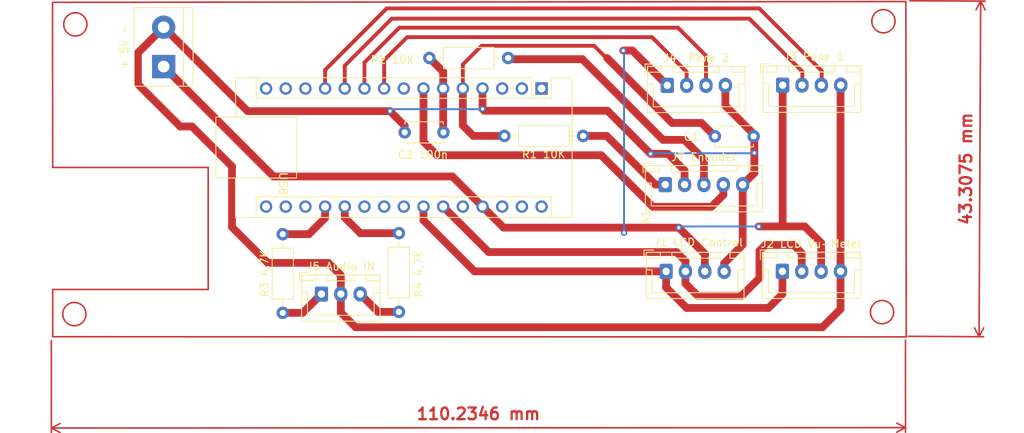
<source format=kicad_pcb>
(kicad_pcb (version 20211014) (generator pcbnew)
  (layers (0 "F.Cu" signal) (31 "B.Cu" signal) (34 "B.Paste" user) (35 "F.Paste" user) (36 "B.SilkS" user "B.Silkscreen") (37 "F.SilkS" user "F.Silkscreen") (38 "B.Mask" user) (39 "F.Mask" user) (44 "Edge.Cuts" user))
  (net 0 "")
  (net 4 "GNDREF")
  (net 5 "Net-(A1-Pad5)")
  (net 6 "Net-(A1-Pad6)")
  (net 7 "Net-(A1-Pad7)")
  (net 9 "Net-(A1-Pad9)")
  (net 10 "Net-(A1-Pad10)")
  (net 11 "Net-(A1-Pad11)")
  (net 12 "Net-(A1-Pad12)")
  (net 19 "Net-(A1-Pad19)")
  (net 20 "Net-(A1-Pad20)")
  (net 24 "Net-(A1-Pad24)")
  (net 25 "Net-(A1-Pad25)")
  (net 27 "+5V")
  (net 30 "Net-(J5-Pad1)")
  (net 31 "Net-(J5-Pad3)")
  (net 32 "Net-(R1-Pad1)")
  (net 33 "Net-(R2-Pad1)")
  (footprint "Capacitor_THT:C_Disc_D4.7mm_W2.5mm_P5.00mm" (layer "F.Cu") (at 60.2888 47.41835)
    (fp_text reference "C2 100n" (at 2.3476 2.87365) (layer "F.SilkS"))
    (fp_text value "100n")
    (fp_line (start 0.03 -1.37) (end 0.03 -1.055) (layer "F.SilkS") (width 0.12))
    (fp_line (start 4.97 -1.37) (end 4.97 -1.055) (layer "F.SilkS") (width 0.12))
    (fp_line (start 0.03 1.37) (end 4.97 1.37) (layer "F.SilkS") (width 0.12))
    (fp_line (start 0.03 -1.37) (end 4.97 -1.37) (layer "F.SilkS") (width 0.12))
    (fp_line (start 4.97 1.055) (end 4.97 1.37) (layer "F.SilkS") (width 0.12))
    (fp_line (start 0.03 1.055) (end 0.03 1.37) (layer "F.SilkS") (width 0.12))
    (pad "1" thru_hole circle (at 0 0) (size 1.6 1.6) (drill 0.8) (layers *.Cu *.Mask) (net 4 "GNDREF"))
    (pad "2" thru_hole circle (at 5 0) (size 1.6 1.6) (drill 0.8) (layers *.Cu *.Mask) (net 6 "Net-(A1-Pad6)"))
  )
  (footprint "Connector_JST:JST_XH_B4B-XH-A_1x04_P2.50mm_Vertical" (layer "F.Cu") (at 94.1724 41.35155)
    (fp_text reference "J4  Реле 2" (at 3.75 -3.55) (layer "F.SilkS"))
    (fp_text value "Реле 2")
    (fp_line (start 10.06 -2.46) (end -2.56 -2.46) (layer "F.SilkS") (width 0.12))
    (fp_line (start -2.85 -2.75) (end -2.85 -1.5) (layer "F.SilkS") (width 0.12))
    (fp_line (start -2.55 -0.2) (end -1.8 -0.2) (layer "F.SilkS") (width 0.12))
    (fp_line (start -0.75 -2.45) (end -2.55 -2.45) (layer "F.SilkS") (width 0.12))
    (fp_line (start 6.75 -1.7) (end 6.75 -2.45) (layer "F.SilkS") (width 0.12))
    (fp_line (start -2.56 -2.46) (end -2.56 3.51) (layer "F.SilkS") (width 0.12))
    (fp_line (start -2.55 -2.45) (end -2.55 -1.7) (layer "F.SilkS") (width 0.12))
    (fp_line (start 10.05 -2.45) (end 8.25 -2.45) (layer "F.SilkS") (width 0.12))
    (fp_line (start -0.75 -1.7) (end -0.75 -2.45) (layer "F.SilkS") (width 0.12))
    (fp_line (start -1.6 -2.75) (end -2.85 -2.75) (layer "F.SilkS") (width 0.12))
    (fp_line (start 0.75 -2.45) (end 0.75 -1.7) (layer "F.SilkS") (width 0.12))
    (fp_line (start -1.8 2.75) (end 3.75 2.75) (layer "F.SilkS") (width 0.12))
    (fp_line (start 8.25 -2.45) (end 8.25 -1.7) (layer "F.SilkS") (width 0.12))
    (fp_line (start 9.3 -0.2) (end 9.3 2.75) (layer "F.SilkS") (width 0.12))
    (fp_line (start 0.75 -1.7) (end 6.75 -1.7) (layer "F.SilkS") (width 0.12))
    (fp_line (start -1.8 -0.2) (end -1.8 2.75) (layer "F.SilkS") (width 0.12))
    (fp_line (start 10.05 -1.7) (end 10.05 -2.45) (layer "F.SilkS") (width 0.12))
    (fp_line (start 8.25 -1.7) (end 10.05 -1.7) (layer "F.SilkS") (width 0.12))
    (fp_line (start -2.56 3.51) (end 10.06 3.51) (layer "F.SilkS") (width 0.12))
    (fp_line (start 10.06 3.51) (end 10.06 -2.46) (layer "F.SilkS") (width 0.12))
    (fp_line (start 6.75 -2.45) (end 0.75 -2.45) (layer "F.SilkS") (width 0.12))
    (fp_line (start -2.55 -1.7) (end -0.75 -1.7) (layer "F.SilkS") (width 0.12))
    (fp_line (start 9.3 2.75) (end 3.75 2.75) (layer "F.SilkS") (width 0.12))
    (fp_line (start 10.05 -0.2) (end 9.3 -0.2) (layer "F.SilkS") (width 0.12))
    (pad "1" thru_hole roundrect (at 0 0) (size 1.7 1.95) (drill 0.95) (layers *.Cu *.Mask) (roundrect_rratio 0.147059) (net 27 "+5V"))
    (pad "2" thru_hole oval (at 2.5 0) (size 1.7 1.95) (drill 0.95) (layers *.Cu *.Mask) (net 9 "Net-(A1-Pad9)"))
    (pad "3" thru_hole oval (at 5 0) (size 1.7 1.95) (drill 0.95) (layers *.Cu *.Mask) (net 10 "Net-(A1-Pad10)"))
    (pad "4" thru_hole oval (at 7.5 0) (size 1.7 1.95) (drill 0.95) (layers *.Cu *.Mask) (net 4 "GNDREF"))
  )
  (footprint "Resistor_THT:R_Axial_DIN0207_L6.3mm_D2.5mm_P10.16mm_Horizontal" (layer "F.Cu") (at 59.5376 70.58315 90)
    (fp_text reference "R4 4,7K" (at 4.94955 2.54 90) (layer "F.SilkS"))
    (fp_text value "4,7K")
    (fp_line (start 8.35 -1.37) (end 1.81 -1.37) (layer "F.SilkS") (width 0.12))
    (fp_line (start 1.04 0) (end 1.81 0) (layer "F.SilkS") (width 0.12))
    (fp_line (start 1.81 -1.37) (end 1.81 1.37) (layer "F.SilkS") (width 0.12))
    (fp_line (start 8.35 1.37) (end 8.35 -1.37) (layer "F.SilkS") (width 0.12))
    (fp_line (start 9.12 0) (end 8.35 0) (layer "F.SilkS") (width 0.12))
    (fp_line (start 1.81 1.37) (end 8.35 1.37) (layer "F.SilkS") (width 0.12))
    (pad "1" thru_hole circle (at 0 0 90) (size 1.6 1.6) (drill 0.8) (layers *.Cu *.Mask) (net 31 "Net-(J5-Pad3)"))
    (pad "2" thru_hole oval (at 10.16 0 90) (size 1.6 1.6) (drill 0.8) (layers *.Cu *.Mask) (net 20 "Net-(A1-Pad20)"))
  )
  (footprint "Capacitor_THT:C_Disc_D4.7mm_W2.5mm_P5.00mm" (layer "F.Cu") (at 100.3192 47.92635)
    (fp_text reference "C1" (at -3.0372 0.07965) (layer "F.SilkS"))
    (fp_text value "100n")
    (fp_line (start 4.97 -1.37) (end 4.97 -1.055) (layer "F.SilkS") (width 0.12))
    (fp_line (start 0.03 -1.37) (end 0.03 -1.055) (layer "F.SilkS") (width 0.12))
    (fp_line (start 4.97 1.055) (end 4.97 1.37) (layer "F.SilkS") (width 0.12))
    (fp_line (start 0.03 -1.37) (end 4.97 -1.37) (layer "F.SilkS") (width 0.12))
    (fp_line (start 0.03 1.055) (end 0.03 1.37) (layer "F.SilkS") (width 0.12))
    (fp_line (start 0.03 1.37) (end 4.97 1.37) (layer "F.SilkS") (width 0.12))
    (pad "1" thru_hole circle (at 0 0) (size 1.6 1.6) (drill 0.8) (layers *.Cu *.Mask) (net 5 "Net-(A1-Pad5)"))
    (pad "2" thru_hole circle (at 5 0) (size 1.6 1.6) (drill 0.8) (layers *.Cu *.Mask) (net 4 "GNDREF"))
  )
  (footprint "Connector_JST:JST_XH_B4B-XH-A_1x04_P2.50mm_Vertical" (layer "F.Cu") (at 94.02 65.35765)
    (fp_text reference "J1 LCD Control" (at 4.190302 -3.737) (layer "F.SilkS"))
    (fp_text value "LCD1602-1")
    (fp_line (start 6.75 -2.45) (end 0.75 -2.45) (layer "F.SilkS") (width 0.12))
    (fp_line (start -2.56 -2.46) (end -2.56 3.51) (layer "F.SilkS") (width 0.12))
    (fp_line (start -2.55 -0.2) (end -1.8 -0.2) (layer "F.SilkS") (width 0.12))
    (fp_line (start 9.3 -0.2) (end 9.3 2.75) (layer "F.SilkS") (width 0.12))
    (fp_line (start -2.85 -2.75) (end -2.85 -1.5) (layer "F.SilkS") (width 0.12))
    (fp_line (start 10.05 -1.7) (end 10.05 -2.45) (layer "F.SilkS") (width 0.12))
    (fp_line (start 6.75 -1.7) (end 6.75 -2.45) (layer "F.SilkS") (width 0.12))
    (fp_line (start -1.6 -2.75) (end -2.85 -2.75) (layer "F.SilkS") (width 0.12))
    (fp_line (start -2.56 3.51) (end 10.06 3.51) (layer "F.SilkS") (width 0.12))
    (fp_line (start 10.06 3.51) (end 10.06 -2.46) (layer "F.SilkS") (width 0.12))
    (fp_line (start -2.55 -1.7) (end -0.75 -1.7) (layer "F.SilkS") (width 0.12))
    (fp_line (start -1.8 -0.2) (end -1.8 2.75) (layer "F.SilkS") (width 0.12))
    (fp_line (start -0.75 -1.7) (end -0.75 -2.45) (layer "F.SilkS") (width 0.12))
    (fp_line (start 10.06 -2.46) (end -2.56 -2.46) (layer "F.SilkS") (width 0.12))
    (fp_line (start 10.05 -0.2) (end 9.3 -0.2) (layer "F.SilkS") (width 0.12))
    (fp_line (start 8.25 -1.7) (end 10.05 -1.7) (layer "F.SilkS") (width 0.12))
    (fp_line (start 0.75 -1.7) (end 6.75 -1.7) (layer "F.SilkS") (width 0.12))
    (fp_line (start -1.8 2.75) (end 3.75 2.75) (layer "F.SilkS") (width 0.12))
    (fp_line (start -0.75 -2.45) (end -2.55 -2.45) (layer "F.SilkS") (width 0.12))
    (fp_line (start 0.75 -2.45) (end 0.75 -1.7) (layer "F.SilkS") (width 0.12))
    (fp_line (start 10.05 -2.45) (end 8.25 -2.45) (layer "F.SilkS") (width 0.12))
    (fp_line (start -2.55 -2.45) (end -2.55 -1.7) (layer "F.SilkS") (width 0.12))
    (fp_line (start 9.3 2.75) (end 3.75 2.75) (layer "F.SilkS") (width 0.12))
    (fp_line (start 8.25 -2.45) (end 8.25 -1.7) (layer "F.SilkS") (width 0.12))
    (pad "1" thru_hole roundrect (at 0 0) (size 1.7 1.95) (drill 0.95) (layers *.Cu *.Mask) (roundrect_rratio 0.147059) (net 24 "Net-(A1-Pad24)"))
    (pad "2" thru_hole oval (at 2.5 0) (size 1.7 1.95) (drill 0.95) (layers *.Cu *.Mask) (net 25 "Net-(A1-Pad25)"))
    (pad "3" thru_hole oval (at 5 0) (size 1.7 1.95) (drill 0.95) (layers *.Cu *.Mask) (net 27 "+5V"))
    (pad "4" thru_hole oval (at 7.5 0) (size 1.7 1.95) (drill 0.95) (layers *.Cu *.Mask) (net 4 "GNDREF"))
  )
  (footprint "Resistor_THT:R_Axial_DIN0207_L6.3mm_D2.5mm_P10.16mm_Horizontal" (layer "F.Cu") (at 44.5516 70.71015 90)
    (fp_text reference "R3 4,7K" (at 5.08 -2.37 90) (layer "F.SilkS"))
    (fp_text value "4,7K")
    (fp_line (start 1.81 -1.37) (end 1.81 1.37) (layer "F.SilkS") (width 0.12))
    (fp_line (start 9.12 0) (end 8.35 0) (layer "F.SilkS") (width 0.12))
    (fp_line (start 8.35 1.37) (end 8.35 -1.37) (layer "F.SilkS") (width 0.12))
    (fp_line (start 1.04 0) (end 1.81 0) (layer "F.SilkS") (width 0.12))
    (fp_line (start 1.81 1.37) (end 8.35 1.37) (layer "F.SilkS") (width 0.12))
    (fp_line (start 8.35 -1.37) (end 1.81 -1.37) (layer "F.SilkS") (width 0.12))
    (pad "1" thru_hole circle (at 0 0 90) (size 1.6 1.6) (drill 0.8) (layers *.Cu *.Mask) (net 30 "Net-(J5-Pad1)"))
    (pad "2" thru_hole oval (at 10.16 0 90) (size 1.6 1.6) (drill 0.8) (layers *.Cu *.Mask) (net 19 "Net-(A1-Pad19)"))
  )
  (footprint "TerminalBlock:TerminalBlock_bornier-2_P5.08mm" (layer "F.Cu") (at 29.1748 38.92205 90)
    (fp_text reference "+ 5V -" (at 2.54 -5.08 90) (layer "F.SilkS"))
    (fp_text value "5V")
    (fp_line (start -2.54 -3.81) (end -2.54 3.81) (layer "F.SilkS") (width 0.12))
    (fp_line (start 7.62 -3.81) (end -2.54 -3.81) (layer "F.SilkS") (width 0.12))
    (fp_line (start 7.62 3.81) (end 7.62 -3.81) (layer "F.SilkS") (width 0.12))
    (fp_line (start -2.54 3.81) (end 7.62 3.81) (layer "F.SilkS") (width 0.12))
    (fp_line (start 7.62 2.54) (end -2.54 2.54) (layer "F.SilkS") (width 0.12))
    (pad "1" thru_hole rect (at 0 0 90) (size 3 3) (drill 1.52) (layers *.Cu *.Mask) (net 27 "+5V"))
    (pad "2" thru_hole circle (at 5.08 0 90) (size 3 3) (drill 1.52) (layers *.Cu *.Mask) (net 4 "GNDREF"))
  )
  (footprint "Connector_JST:JST_XH_B4B-XH-A_1x04_P2.50mm_Vertical" (layer "F.Cu") (at 109.0352 65.34845)
    (fp_text reference "J2 LCD Vu-Meter" (at 3.75 -3.55) (layer "F.SilkS"))
    (fp_text value "LCD1602-2")
    (fp_line (start -2.55 -0.2) (end -1.8 -0.2) (layer "F.SilkS") (width 0.12))
    (fp_line (start -0.75 -1.7) (end -0.75 -2.45) (layer "F.SilkS") (width 0.12))
    (fp_line (start -1.8 -0.2) (end -1.8 2.75) (layer "F.SilkS") (width 0.12))
    (fp_line (start 10.06 -2.46) (end -2.56 -2.46) (layer "F.SilkS") (width 0.12))
    (fp_line (start 6.75 -2.45) (end 0.75 -2.45) (layer "F.SilkS") (width 0.12))
    (fp_line (start 10.05 -0.2) (end 9.3 -0.2) (layer "F.SilkS") (width 0.12))
    (fp_line (start -0.75 -2.45) (end -2.55 -2.45) (layer "F.SilkS") (width 0.12))
    (fp_line (start 0.75 -2.45) (end 0.75 -1.7) (layer "F.SilkS") (width 0.12))
    (fp_line (start -1.8 2.75) (end 3.75 2.75) (layer "F.SilkS") (width 0.12))
    (fp_line (start 0.75 -1.7) (end 6.75 -1.7) (layer "F.SilkS") (width 0.12))
    (fp_line (start 9.3 2.75) (end 3.75 2.75) (layer "F.SilkS") (width 0.12))
    (fp_line (start 10.06 3.51) (end 10.06 -2.46) (layer "F.SilkS") (width 0.12))
    (fp_line (start 10.05 -1.7) (end 10.05 -2.45) (layer "F.SilkS") (width 0.12))
    (fp_line (start -2.85 -2.75) (end -2.85 -1.5) (layer "F.SilkS") (width 0.12))
    (fp_line (start 8.25 -2.45) (end 8.25 -1.7) (layer "F.SilkS") (width 0.12))
    (fp_line (start -2.55 -1.7) (end -0.75 -1.7) (layer "F.SilkS") (width 0.12))
    (fp_line (start -2.55 -2.45) (end -2.55 -1.7) (layer "F.SilkS") (width 0.12))
    (fp_line (start 9.3 -0.2) (end 9.3 2.75) (layer "F.SilkS") (width 0.12))
    (fp_line (start -2.56 -2.46) (end -2.56 3.51) (layer "F.SilkS") (width 0.12))
    (fp_line (start -2.56 3.51) (end 10.06 3.51) (layer "F.SilkS") (width 0.12))
    (fp_line (start 6.75 -1.7) (end 6.75 -2.45) (layer "F.SilkS") (width 0.12))
    (fp_line (start 10.05 -2.45) (end 8.25 -2.45) (layer "F.SilkS") (width 0.12))
    (fp_line (start -1.6 -2.75) (end -2.85 -2.75) (layer "F.SilkS") (width 0.12))
    (fp_line (start 8.25 -1.7) (end 10.05 -1.7) (layer "F.SilkS") (width 0.12))
    (pad "1" thru_hole roundrect (at 0 0) (size 1.7 1.95) (drill 0.95) (layers *.Cu *.Mask) (roundrect_rratio 0.147059) (net 24 "Net-(A1-Pad24)"))
    (pad "2" thru_hole oval (at 2.5 0) (size 1.7 1.95) (drill 0.95) (layers *.Cu *.Mask) (net 25 "Net-(A1-Pad25)"))
    (pad "3" thru_hole oval (at 5 0) (size 1.7 1.95) (drill 0.95) (layers *.Cu *.Mask) (net 27 "+5V"))
    (pad "4" thru_hole oval (at 7.5 0) (size 1.7 1.95) (drill 0.95) (layers *.Cu *.Mask) (net 4 "GNDREF"))
  )
  (footprint "Module:Arduino_Nano" (layer "F.Cu") (at 77.9526 41.75415 -90)
    (fp_text reference "A1" (at 16.5862 -13.462698 90) (layer "F.SilkS"))
    (fp_text value "Arduino_Nano_v3.x")
    (fp_text user "USB" (at 12.2936 33.3629 -90 unlocked) (layer "F.SilkS"))
    (fp_line (start 3.68 42.04) (end 3.68 31.62) (layer "F.SilkS") (width 0.12))
    (fp_line (start 13.97 36.83) (end 16.64 36.83) (layer "F.SilkS") (width 0.12))
    (fp_line (start 13.97 -1.27) (end 13.97 36.83) (layer "F.SilkS") (width 0.12))
    (fp_line (start 1.27 36.83) (end -1.4 36.83) (layer "F.SilkS") (width 0.12))
    (fp_line (start -1.4 -3.94) (end -1.4 -1.27) (layer "F.SilkS") (width 0.12))
    (fp_line (start 16.64 39.5) (end 16.64 -3.94) (layer "F.SilkS") (width 0.12))
    (fp_line (start 16.64 39.5) (end 11.56 39.5) (layer "F.SilkS") (width 0.12))
    (fp_line (start 1.27 1.27) (end 1.27 36.83) (layer "F.SilkS") (width 0.12))
    (fp_line (start 13.97 -1.27) (end 16.64 -1.27) (layer "F.SilkS") (width 0.12))
    (fp_line (start -1.4 39.5) (end 3.68 39.5) (layer "F.SilkS") (width 0.12))
    (fp_line (start 1.27 1.27) (end -1.4 1.27) (layer "F.SilkS") (width 0.12))
    (fp_line (start 16.64 -3.94) (end -1.4 -3.94) (layer "F.SilkS") (width 0.12))
    (fp_line (start 11.56 31.62) (end 11.56 42.04) (layer "F.SilkS") (width 0.12))
    (fp_line (start 1.27 1.27) (end 1.27 -1.27) (layer "F.SilkS") (width 0.12))
    (fp_line (start 1.27 -1.27) (end -1.4 -1.27) (layer "F.SilkS") (width 0.12))
    (fp_line (start 3.68 31.62) (end 11.56 31.62) (layer "F.SilkS") (width 0.12))
    (fp_line (start 11.56 42.04) (end 3.68 42.04) (layer "F.SilkS") (width 0.12))
    (fp_line (start -1.4 1.27) (end -1.4 39.5) (layer "F.SilkS") (width 0.12))
    (pad "1" thru_hole rect (at 0 0 270) (size 1.6 1.6) (drill 1) (layers *.Cu *.Mask))
    (pad "2" thru_hole oval (at 0 2.54 270) (size 1.6 1.6) (drill 1) (layers *.Cu *.Mask))
    (pad "3" thru_hole oval (at 0 5.08 270) (size 1.6 1.6) (drill 1) (layers *.Cu *.Mask))
    (pad "4" thru_hole oval (at 0 7.62 270) (size 1.6 1.6) (drill 1) (layers *.Cu *.Mask) (net 4 "GNDREF"))
    (pad "5" thru_hole oval (at 0 10.16 270) (size 1.6 1.6) (drill 1) (layers *.Cu *.Mask) (net 5 "Net-(A1-Pad5)"))
    (pad "6" thru_hole oval (at 0 12.7 270) (size 1.6 1.6) (drill 1) (layers *.Cu *.Mask) (net 6 "Net-(A1-Pad6)"))
    (pad "7" thru_hole oval (at 0 15.24 270) (size 1.6 1.6) (drill 1) (layers *.Cu *.Mask) (net 7 "Net-(A1-Pad7)"))
    (pad "8" thru_hole oval (at 0 17.78 270) (size 1.6 1.6) (drill 1) (layers *.Cu *.Mask))
    (pad "9" thru_hole oval (at 0 20.32 270) (size 1.6 1.6) (drill 1) (layers *.Cu *.Mask) (net 9 "Net-(A1-Pad9)"))
    (pad "10" thru_hole oval (at 0 22.86 270) (size 1.6 1.6) (drill 1) (layers *.Cu *.Mask) (net 10 "Net-(A1-Pad10)"))
    (pad "11" thru_hole oval (at 0 25.4 270) (size 1.6 1.6) (drill 1) (layers *.Cu *.Mask) (net 11 "Net-(A1-Pad11)"))
    (pad "12" thru_hole oval (at 0 27.94 270) (size 1.6 1.6) (drill 1) (layers *.Cu *.Mask) (net 12 "Net-(A1-Pad12)"))
    (pad "13" thru_hole oval (at 0 30.48 270) (size 1.6 1.6) (drill 1) (layers *.Cu *.Mask))
    (pad "14" thru_hole oval (at 0 33.02 270) (size 1.6 1.6) (drill 1) (layers *.Cu *.Mask))
    (pad "15" thru_hole oval (at 0 35.56 270) (size 1.6 1.6) (drill 1) (layers *.Cu *.Mask))
    (pad "16" thru_hole oval (at 15.24 35.56 270) (size 1.6 1.6) (drill 1) (layers *.Cu *.Mask))
    (pad "17" thru_hole oval (at 15.24 33.02 270) (size 1.6 1.6) (drill 1) (layers *.Cu *.Mask))
    (pad "18" thru_hole oval (at 15.24 30.48 270) (size 1.6 1.6) (drill 1) (layers *.Cu *.Mask))
    (pad "19" thru_hole oval (at 15.24 27.94 270) (size 1.6 1.6) (drill 1) (layers *.Cu *.Mask) (net 19 "Net-(A1-Pad19)"))
    (pad "20" thru_hole oval (at 15.24 25.4 270) (size 1.6 1.6) (drill 1) (layers *.Cu *.Mask) (net 20 "Net-(A1-Pad20)"))
    (pad "21" thru_hole oval (at 15.24 22.86 270) (size 1.6 1.6) (drill 1) (layers *.Cu *.Mask))
    (pad "22" thru_hole oval (at 15.24 20.32 270) (size 1.6 1.6) (drill 1) (layers *.Cu *.Mask))
    (pad "23" thru_hole oval (at 15.24 17.78 270) (size 1.6 1.6) (drill 1) (layers *.Cu *.Mask))
    (pad "24" thru_hole oval (at 15.24 15.24 270) (size 1.6 1.6) (drill 1) (layers *.Cu *.Mask) (net 24 "Net-(A1-Pad24)"))
    (pad "25" thru_hole oval (at 15.24 12.7 270) (size 1.6 1.6) (drill 1) (layers *.Cu *.Mask) (net 25 "Net-(A1-Pad25)"))
    (pad "26" thru_hole oval (at 15.24 10.16 270) (size 1.6 1.6) (drill 1) (layers *.Cu *.Mask))
    (pad "27" thru_hole oval (at 15.24 7.62 270) (size 1.6 1.6) (drill 1) (layers *.Cu *.Mask) (net 27 "+5V"))
    (pad "28" thru_hole oval (at 15.24 5.08 270) (size 1.6 1.6) (drill 1) (layers *.Cu *.Mask))
    (pad "29" thru_hole oval (at 15.24 2.54 270) (size 1.6 1.6) (drill 1) (layers *.Cu *.Mask))
    (pad "30" thru_hole oval (at 15.24 0 270) (size 1.6 1.6) (drill 1) (layers *.Cu *.Mask))
  )
  (footprint "Connector_JST:JST_XH_B5B-XH-A_1x05_P2.50mm_Vertical" (layer "F.Cu") (at 93.9076 54.15775)
    (fp_text reference "J7 Encoder" (at 5 -3.55) (layer "F.SilkS"))
    (fp_text value "Encoder")
    (fp_line (start -1.6 -2.75) (end -2.85 -2.75) (layer "F.SilkS") (width 0.12))
    (fp_line (start 0.75 -2.45) (end 0.75 -1.7) (layer "F.SilkS") (width 0.12))
    (fp_line (start 12.55 -2.45) (end 10.75 -2.45) (layer "F.SilkS") (width 0.12))
    (fp_line (start -2.56 3.51) (end 12.56 3.51) (layer "F.SilkS") (width 0.12))
    (fp_line (start -2.55 -1.7) (end -0.75 -1.7) (layer "F.SilkS") (width 0.12))
    (fp_line (start -1.8 -0.2) (end -1.8 2.75) (layer "F.SilkS") (width 0.12))
    (fp_line (start 9.25 -1.7) (end 9.25 -2.45) (layer "F.SilkS") (width 0.12))
    (fp_line (start -2.85 -2.75) (end -2.85 -1.5) (layer "F.SilkS") (width 0.12))
    (fp_line (start 12.56 -2.46) (end -2.56 -2.46) (layer "F.SilkS") (width 0.12))
    (fp_line (start -0.75 -1.7) (end -0.75 -2.45) (layer "F.SilkS") (width 0.12))
    (fp_line (start 10.75 -2.45) (end 10.75 -1.7) (layer "F.SilkS") (width 0.12))
    (fp_line (start -2.55 -0.2) (end -1.8 -0.2) (layer "F.SilkS") (width 0.12))
    (fp_line (start 9.25 -2.45) (end 0.75 -2.45) (layer "F.SilkS") (width 0.12))
    (fp_line (start -1.8 2.75) (end 5 2.75) (layer "F.SilkS") (width 0.12))
    (fp_line (start 10.75 -1.7) (end 12.55 -1.7) (layer "F.SilkS") (width 0.12))
    (fp_line (start 12.56 3.51) (end 12.56 -2.46) (layer "F.SilkS") (width 0.12))
    (fp_line (start -2.56 -2.46) (end -2.56 3.51) (layer "F.SilkS") (width 0.12))
    (fp_line (start 12.55 -0.2) (end 11.8 -0.2) (layer "F.SilkS") (width 0.12))
    (fp_line (start 11.8 2.75) (end 5 2.75) (layer "F.SilkS") (width 0.12))
    (fp_line (start -2.55 -2.45) (end -2.55 -1.7) (layer "F.SilkS") (width 0.12))
    (fp_line (start 12.55 -1.7) (end 12.55 -2.45) (layer "F.SilkS") (width 0.12))
    (fp_line (start -0.75 -2.45) (end -2.55 -2.45) (layer "F.SilkS") (width 0.12))
    (fp_line (start 11.8 -0.2) (end 11.8 2.75) (layer "F.SilkS") (width 0.12))
    (fp_line (start 0.75 -1.7) (end 9.25 -1.7) (layer "F.SilkS") (width 0.12))
    (pad "1" thru_hole roundrect (at 0 0) (size 1.7 1.95) (drill 0.95) (layers *.Cu *.Mask) (roundrect_rratio 0.147059) (net 32 "Net-(R1-Pad1)"))
    (pad "2" thru_hole oval (at 2.5 0) (size 1.7 1.95) (drill 0.95) (layers *.Cu *.Mask) (net 4 "GNDREF"))
    (pad "3" thru_hole oval (at 5 0) (size 1.7 1.95) (drill 0.95) (layers *.Cu *.Mask) (net 33 "Net-(R2-Pad1)"))
    (pad "4" thru_hole oval (at 7.5 0) (size 1.7 1.95) (drill 0.95) (layers *.Cu *.Mask) (net 7 "Net-(A1-Pad7)"))
    (pad "5" thru_hole oval (at 10 0) (size 1.7 1.95) (drill 0.95) (layers *.Cu *.Mask) (net 4 "GNDREF"))
  )
  (footprint "Connector_JST:JST_XH_B3B-XH-A_1x03_P2.50mm_Vertical" (layer "F.Cu") (at 49.5446 68.28015)
    (fp_text reference "J5 Audio IN" (at 2.5 -3.55) (layer "F.SilkS"))
    (fp_text value "Audio IN")
    (fp_line (start 7.55 -0.2) (end 6.8 -0.2) (layer "F.SilkS") (width 0.12))
    (fp_line (start 6.8 -0.2) (end 6.8 2.75) (layer "F.SilkS") (width 0.12))
    (fp_line (start -2.55 -2.45) (end -2.55 -1.7) (layer "F.SilkS") (width 0.12))
    (fp_line (start -1.8 -0.2) (end -1.8 2.75) (layer "F.SilkS") (width 0.12))
    (fp_line (start -1.6 -2.75) (end -2.85 -2.75) (layer "F.SilkS") (width 0.12))
    (fp_line (start 6.8 2.75) (end 2.5 2.75) (layer "F.SilkS") (width 0.12))
    (fp_line (start 7.56 3.51) (end 7.56 -2.46) (layer "F.SilkS") (width 0.12))
    (fp_line (start 5.75 -2.45) (end 5.75 -1.7) (layer "F.SilkS") (width 0.12))
    (fp_line (start 4.25 -2.45) (end 0.75 -2.45) (layer "F.SilkS") (width 0.12))
    (fp_line (start -0.75 -1.7) (end -0.75 -2.45) (layer "F.SilkS") (width 0.12))
    (fp_line (start -0.75 -2.45) (end -2.55 -2.45) (layer "F.SilkS") (width 0.12))
    (fp_line (start 5.75 -1.7) (end 7.55 -1.7) (layer "F.SilkS") (width 0.12))
    (fp_line (start -2.85 -2.75) (end -2.85 -1.5) (layer "F.SilkS") (width 0.12))
    (fp_line (start 7.55 -2.45) (end 5.75 -2.45) (layer "F.SilkS") (width 0.12))
    (fp_line (start 7.56 -2.46) (end -2.56 -2.46) (layer "F.SilkS") (width 0.12))
    (fp_line (start 0.75 -2.45) (end 0.75 -1.7) (layer "F.SilkS") (width 0.12))
    (fp_line (start 4.25 -1.7) (end 4.25 -2.45) (layer "F.SilkS") (width 0.12))
    (fp_line (start -2.56 3.51) (end 7.56 3.51) (layer "F.SilkS") (width 0.12))
    (fp_line (start 0.75 -1.7) (end 4.25 -1.7) (layer "F.SilkS") (width 0.12))
    (fp_line (start -2.55 -0.2) (end -1.8 -0.2) (layer "F.SilkS") (width 0.12))
    (fp_line (start 7.55 -1.7) (end 7.55 -2.45) (layer "F.SilkS") (width 0.12))
    (fp_line (start -2.56 -2.46) (end -2.56 3.51) (layer "F.SilkS") (width 0.12))
    (fp_line (start -2.55 -1.7) (end -0.75 -1.7) (layer "F.SilkS") (width 0.12))
    (fp_line (start -1.8 2.75) (end 2.5 2.75) (layer "F.SilkS") (width 0.12))
    (pad "1" thru_hole roundrect (at 0 0) (size 1.7 1.95) (drill 0.95) (layers *.Cu *.Mask) (roundrect_rratio 0.147059) (net 30 "Net-(J5-Pad1)"))
    (pad "2" thru_hole oval (at 2.5 0) (size 1.7 1.95) (drill 0.95) (layers *.Cu *.Mask) (net 4 "GNDREF"))
    (pad "3" thru_hole oval (at 5 0) (size 1.7 1.95) (drill 0.95) (layers *.Cu *.Mask) (net 31 "Net-(J5-Pad3)"))
  )
  (footprint "Resistor_THT:R_Axial_DIN0207_L6.3mm_D2.5mm_P10.16mm_Horizontal" (layer "F.Cu") (at 73.6346 37.81715 180)
    (fp_text reference "R2 10K" (at 14.9098 -0.23205) (layer "F.SilkS"))
    (fp_text value "10K")
    (fp_line (start 1.04 0) (end 1.81 0) (layer "F.SilkS") (width 0.12))
    (fp_line (start 8.35 1.37) (end 8.35 -1.37) (layer "F.SilkS") (width 0.12))
    (fp_line (start 1.81 -1.37) (end 1.81 1.37) (layer "F.SilkS") (width 0.12))
    (fp_line (start 1.81 1.37) (end 8.35 1.37) (layer "F.SilkS") (width 0.12))
    (fp_line (start 8.35 -1.37) (end 1.81 -1.37) (layer "F.SilkS") (width 0.12))
    (fp_line (start 9.12 0) (end 8.35 0) (layer "F.SilkS") (width 0.12))
    (pad "1" thru_hole circle (at 0 0 180) (size 1.6 1.6) (drill 0.8) (layers *.Cu *.Mask) (net 33 "Net-(R2-Pad1)"))
    (pad "2" thru_hole oval (at 10.16 0 180) (size 1.6 1.6) (drill 0.8) (layers *.Cu *.Mask) (net 6 "Net-(A1-Pad6)"))
  )
  (footprint "Connector_JST:JST_XH_B4B-XH-A_1x04_P2.50mm_Vertical" (layer "F.Cu") (at 109.0676 41.32235)
    (fp_text reference "J3 Реле 1" (at 4.0132 -3.67955) (layer "F.SilkS"))
    (fp_text value "Реле 1")
    (fp_line (start 10.05 -2.45) (end 8.25 -2.45) (layer "F.SilkS") (width 0.12))
    (fp_line (start -2.55 -0.2) (end -1.8 -0.2) (layer "F.SilkS") (width 0.12))
    (fp_line (start 10.06 3.51) (end 10.06 -2.46) (layer "F.SilkS") (width 0.12))
    (fp_line (start 10.05 -0.2) (end 9.3 -0.2) (layer "F.SilkS") (width 0.12))
    (fp_line (start -1.8 2.75) (end 3.75 2.75) (layer "F.SilkS") (width 0.12))
    (fp_line (start -2.55 -1.7) (end -0.75 -1.7) (layer "F.SilkS") (width 0.12))
    (fp_line (start -1.6 -2.75) (end -2.85 -2.75) (layer "F.SilkS") (width 0.12))
    (fp_line (start -2.55 -2.45) (end -2.55 -1.7) (layer "F.SilkS") (width 0.12))
    (fp_line (start 0.75 -2.45) (end 0.75 -1.7) (layer "F.SilkS") (width 0.12))
    (fp_line (start 10.05 -1.7) (end 10.05 -2.45) (layer "F.SilkS") (width 0.12))
    (fp_line (start 6.75 -2.45) (end 0.75 -2.45) (layer "F.SilkS") (width 0.12))
    (fp_line (start 9.3 2.75) (end 3.75 2.75) (layer "F.SilkS") (width 0.12))
    (fp_line (start 0.75 -1.7) (end 6.75 -1.7) (layer "F.SilkS") (width 0.12))
    (fp_line (start -2.56 -2.46) (end -2.56 3.51) (layer "F.SilkS") (width 0.12))
    (fp_line (start 8.25 -1.7) (end 10.05 -1.7) (layer "F.SilkS") (width 0.12))
    (fp_line (start -1.8 -0.2) (end -1.8 2.75) (layer "F.SilkS") (width 0.12))
    (fp_line (start 8.25 -2.45) (end 8.25 -1.7) (layer "F.SilkS") (width 0.12))
    (fp_line (start -0.75 -2.45) (end -2.55 -2.45) (layer "F.SilkS") (width 0.12))
    (fp_line (start 6.75 -1.7) (end 6.75 -2.45) (layer "F.SilkS") (width 0.12))
    (fp_line (start 10.06 -2.46) (end -2.56 -2.46) (layer "F.SilkS") (width 0.12))
    (fp_line (start 9.3 -0.2) (end 9.3 2.75) (layer "F.SilkS") (width 0.12))
    (fp_line (start -0.75 -1.7) (end -0.75 -2.45) (layer "F.SilkS") (width 0.12))
    (fp_line (start -2.56 3.51) (end 10.06 3.51) (layer "F.SilkS") (width 0.12))
    (fp_line (start -2.85 -2.75) (end -2.85 -1.5) (layer "F.SilkS") (width 0.12))
    (pad "1" thru_hole roundrect (at 0 0) (size 1.7 1.95) (drill 0.95) (layers *.Cu *.Mask) (roundrect_rratio 0.147059) (net 27 "+5V"))
    (pad "2" thru_hole oval (at 2.5 0) (size 1.7 1.95) (drill 0.95) (layers *.Cu *.Mask) (net 11 "Net-(A1-Pad11)"))
    (pad "3" thru_hole oval (at 5 0) (size 1.7 1.95) (drill 0.95) (layers *.Cu *.Mask) (net 12 "Net-(A1-Pad12)"))
    (pad "4" thru_hole oval (at 7.5 0) (size 1.7 1.95) (drill 0.95) (layers *.Cu *.Mask) (net 4 "GNDREF"))
  )
  (footprint "Resistor_THT:R_Axial_DIN0207_L6.3mm_D2.5mm_P10.16mm_Horizontal" (layer "F.Cu") (at 83.312 47.87555 180)
    (fp_text reference "R1 10K" (at 5.08 -2.37) (layer "F.SilkS"))
    (fp_text value "10K")
    (fp_line (start 9.12 0) (end 8.35 0) (layer "F.SilkS") (width 0.12))
    (fp_line (start 1.04 0) (end 1.81 0) (layer "F.SilkS") (width 0.12))
    (fp_line (start 8.35 -1.37) (end 1.81 -1.37) (layer "F.SilkS") (width 0.12))
    (fp_line (start 8.35 1.37) (end 8.35 -1.37) (layer "F.SilkS") (width 0.12))
    (fp_line (start 1.81 1.37) (end 8.35 1.37) (layer "F.SilkS") (width 0.12))
    (fp_line (start 1.81 -1.37) (end 1.81 1.37) (layer "F.SilkS") (width 0.12))
    (pad "1" thru_hole circle (at 0 0 180) (size 1.6 1.6) (drill 0.8) (layers *.Cu *.Mask) (net 32 "Net-(R1-Pad1)"))
    (pad "2" thru_hole oval (at 10.16 0 180) (size 1.6 1.6) (drill 0.8) (layers *.Cu *.Mask) (net 5 "Net-(A1-Pad5)"))
  )
  (gr_circle (center 121.8932 70.612) (end 123.3932 70.612) (layer "F.Cu") (width 0.2) (fill none))
  (gr_line (start 14.859 67.691) (end 34.925 67.691) (layer "F.Cu") (width 0.2))
  (gr_line (start 14.859 73.787) (end 14.859 67.691) (layer "F.Cu") (width 0.2))
  (gr_line (start 124.968 30.5308) (end 125.0188 73.8124) (layer "F.Cu") (width 0.2))
  (gr_line (start 14.859 51.943) (end 14.8336 30.6832) (layer "F.Cu") (width 0.2))
  (gr_line (start 125.0188 73.8124) (end 14.859 73.787) (layer "F.Cu") (width 0.2))
  (gr_circle (center 17.653 70.866) (end 19.153 70.866) (layer "F.Cu") (width 0.2) (fill none))
  (gr_circle (center 17.78 33.4772) (end 19.28 33.4772) (layer "F.Cu") (width 0.2) (fill none))
  (gr_line (start 14.8844 30.6324) (end 124.968 30.5308) (layer "F.Cu") (width 0.2))
  (gr_line (start 34.925 51.943) (end 14.859 51.943) (layer "F.Cu") (width 0.2))
  (gr_line (start 34.925 67.691) (end 34.925 51.943) (layer "F.Cu") (width 0.2))
  (gr_circle (center 122.0724 33.0708) (end 123.5724 33.0708) (layer "F.Cu") (width 0.2) (fill none))
  (dimension (type aligned) (layer "F.Cu") (pts (xy 14.6812 73.787) (xy 124.9158 73.7362)) (height 11.785305) (gr_text "110,2346 мм" (at 69.803101 83.746904 0.02640391849) (layer "F.Cu") (effects (font (size 1.5 1.5) (thickness 0.3)))) (format (units 3) (units_format 1) (precision 4)) (style (thickness 0.2) (arrow_length 1.27) (text_position_mode 0) (extension_height 0.58642) (extension_offset 0.5) keep_text_aligned))
  (dimension (type aligned) (layer "F.Cu") (pts (xy 124.7648 73.7362) (xy 124.968 30.4292)) (height 9.65146) (gr_text "43,3075 мм" (at 132.717774 52.119539 89.73116547) (layer "F.Cu") (effects (font (size 1.5 1.5) (thickness 0.3)))) (format (units 3) (units_format 1) (precision 4)) (style (thickness 0.2) (arrow_length 1.27) (text_position_mode 0) (extension_height 0.58642) (extension_offset 0.5) keep_text_aligned))
  (segment (start 92.0242 50.18695) (end 86.4616 44.62435) (width 1) (layer "F.Cu") (net 4))
  (segment (start 52.0446 70.65935) (end 53.9496 72.56435) (width 1) (layer "F.Cu") (net 4))
  (segment (start 60.2888 46.56935) (end 58.3946 44.67515) (width 1) (layer "F.Cu") (net 4))
  (segment (start 101.52 64.31315) (end 101.52 65.35765) (width 1) (layer "F.Cu") (net 4))
  (segment (start 116.332 65.55165) (end 116.5352 65.34845) (width 1) (layer "F.Cu") (net 4))
  (segment (start 116.5352 70.22755) (end 116.5352 41.35475) (width 1) (layer "F.Cu") (net 4))
  (segment (start 103.7952 54.04535) (end 103.9076 54.15775) (width 0.25) (layer "F.Cu") (net 4))
  (segment (start 52.0446 65.8622) (end 52.0446 68.28015) (width 1) (layer "F.Cu") (net 4))
  (segment (start 31.31475 46.65635) (end 32.83875 46.65635) (width 1) (layer "F.Cu") (net 4))
  (segment (start 52.0446 68.28015) (end 52.0446 70.65935) (width 1) (layer "F.Cu") (net 4))
  (segment (start 27.1272 42.4688) (end 31.31475 46.65635) (width 1) (layer "F.Cu") (net 4))
  (segment (start 25.8572 41.1988) (end 27.5336 42.8752) (width 1) (layer "F.Cu") (net 4))
  (segment (start 58.3946 44.67515) (end 40.0079 44.67515) (width 1) (layer "F.Cu") (net 4))
  (segment (start 103.9076 54.15775) (end 103.9076 61.87475) (width 1) (layer "F.Cu") (net 4))
  (segment (start 96.4184 52.34595) (end 96.4076 52.35675) (width 0.25) (layer "F.Cu") (net 4))
  (segment (start 37.9984 59.6392) (end 42.6212 64.262) (width 1) (layer "F.Cu") (net 4))
  (segment (start 96.4076 52.35675) (end 96.4076 54.15775) (width 1) (layer "F.Cu") (net 4))
  (segment (start 60.6444 47.46915) (end 60.3396 47.46915) (width 0.25) (layer "F.Cu") (net 4))
  (segment (start 32.83875 46.65635) (end 37.9984 51.816) (width 1) (layer "F.Cu") (net 4))
  (segment (start 70.5612 44.62435) (end 70.3326 44.39575) (width 1) (layer "F.Cu") (net 4))
  (segment (start 70.3326 44.39575) (end 70.3326 41.75415) (width 1) (layer "F.Cu") (net 4))
  (segment (start 101.6724 43.97475) (end 105.41 47.71235) (width 1) (layer "F.Cu") (net 4))
  (segment (start 105.41 47.71235) (end 105.41 52.65535) (width 1) (layer "F.Cu") (net 4))
  (segment (start 92.0242 50.18695) (end 94.2594 50.18695) (width 1) (layer "F.Cu") (net 4))
  (segment (start 114.1984 72.56435) (end 116.5352 70.22755) (width 1) (layer "F.Cu") (net 4))
  (segment (start 105.41 52.65535) (end 103.9076 54.15775) (width 1) (layer "F.Cu") (net 4))
  (segment (start 101.6 41.42395) (end 101.6724 41.35155) (width 1) (layer "F.Cu") (net 4))
  (segment (start 103.886 61.94715) (end 101.52 64.31315) (width 1) (layer "F.Cu") (net 4))
  (segment (start 116.5352 41.35475) (end 116.5676 41.32235) (width 1) (layer "F.Cu") (net 4))
  (segment (start 86.4616 44.62435) (end 70.5612 44.62435) (width 1) (layer "F.Cu") (net 4))
  (segment (start 25.8572 37.15965) (end 25.8572 41.1988) (width 1) (layer "F.Cu") (net 4))
  (segment (start 60.3396 47.46915) (end 60.2888 47.41835) (width 0.25) (layer "F.Cu") (net 4))
  (segment (start 53.9496 72.56435) (end 114.1984 72.56435) (width 1) (layer "F.Cu") (net 4))
  (segment (start 94.2594 50.18695) (end 96.4184 52.34595) (width 1) (layer "F.Cu") (net 4))
  (segment (start 40.0079 44.67515) (end 29.1367 33.80395) (width 1) (layer "F.Cu") (net 4))
  (segment (start 103.9076 61.87475) (end 103.6828 62.09955) (width 1) (layer "F.Cu") (net 4))
  (segment (start 37.9984 51.816) (end 37.9984 59.6392) (width 1) (layer "F.Cu") (net 4))
  (segment (start 101.6724 41.35155) (end 101.6724 43.97475) (width 1) (layer "F.Cu") (net 4))
  (segment (start 42.6212 64.262) (end 50.4444 64.262) (width 1) (layer "F.Cu") (net 4))
  (segment (start 60.2888 47.41835) (end 60.2888 46.56935) (width 1) (layer "F.Cu") (net 4))
  (segment (start 50.4444 64.262) (end 52.0446 65.8622) (width 1) (layer "F.Cu") (net 4))
  (segment (start 29.1748 33.84205) (end 25.8572 37.15965) (width 1) (layer "F.Cu") (net 4))
  (segment (start 101.6016 65.00825) (end 101.968 65.37465) (width 0.25) (layer "F.Cu") (net 4))
  (via (at 70.3326 44.39575) (size 0.8) (drill 0.4) (layers "F.Cu" "B.Cu") (net 4))
  (via (at 58.3946 44.67515) (size 0.8) (drill 0.4) (layers "F.Cu" "B.Cu") (net 4))
  (via (at 105.41 50.05995) (size 0.8) (drill 0.4) (layers "F.Cu" "B.Cu") (net 4))
  (via (at 92.0242 50.18695) (size 0.8) (drill 0.4) (layers "F.Cu" "B.Cu") (net 4))
  (segment (start 70.3326 44.39575) (end 70.3072 44.42115) (width 0.25) (layer "B.Cu") (net 4))
  (segment (start 105.41 50.05995) (end 105.3592 50.11075) (width 0.25) (layer "B.Cu") (net 4))
  (segment (start 105.3592 50.11075) (end 92.1004 50.11075) (width 0.25) (layer "B.Cu") (net 4))
  (segment (start 92.1004 50.11075) (end 92.0242 50.18695) (width 0.25) (layer "B.Cu") (net 4))
  (segment (start 58.6486 44.42115) (end 58.3946 44.67515) (width 0.25) (layer "B.Cu") (net 4))
  (segment (start 70.3072 44.42115) (end 58.6486 44.42115) (width 0.25) (layer "B.Cu") (net 4))
  (segment (start 67.7926 41.75415) (end 67.7926 46.52935) (width 1) (layer "F.Cu") (net 5))
  (segment (start 98.592 46.19915) (end 100.3192 47.92635) (width 1) (layer "F.Cu") (net 5))
  (segment (start 67.7926 46.52935) (end 69.1388 47.87555) (width 1) (layer "F.Cu") (net 5))
  (segment (start 70.2056 36.24235) (end 84.7344 36.24235) (width 0.5) (layer "F.Cu") (net 5))
  (segment (start 67.7926 38.65535) (end 70.2056 36.24235) (width 0.5) (layer "F.Cu") (net 5))
  (segment (start 69.1388 47.87555) (end 73.152 47.87555) (width 1) (layer "F.Cu") (net 5))
  (segment (start 67.7926 41.75415) (end 67.7926 38.65535) (width 0.5) (layer "F.Cu") (net 5))
  (segment (start 94.7928 46.19915) (end 98.592 46.19915) (width 1) (layer "F.Cu") (net 5))
  (segment (start 86.4108 37.81715) (end 94.7928 46.19915) (width 1) (layer "F.Cu") (net 5))
  (segment (start 84.7344 36.24235) (end 86.7664 38.27435) (width 0.5) (layer "F.Cu") (net 5))
  (segment (start 65.2888 47.41835) (end 65.2888 47.11355) (width 1) (layer "F.Cu") (net 6))
  (segment (start 65.2888 47.11355) (end 65.278 47.10275) (width 1) (layer "F.Cu") (net 6))
  (segment (start 65.2526 47.38215) (end 65.2888 47.41835) (width 0.5) (layer "F.Cu") (net 6))
  (segment (start 65.2526 41.75415) (end 65.2526 47.38215) (width 1) (layer "F.Cu") (net 6))
  (segment (start 65.2526 41.75415) (end 65.2526 39.59515) (width 1) (layer "F.Cu") (net 6))
  (segment (start 65.2526 39.59515) (end 63.4746 37.81715) (width 1) (layer "F.Cu") (net 6))
  (segment (start 92.3544 57.01955) (end 99.8728 57.01955) (width 1) (layer "F.Cu") (net 7))
  (segment (start 62.7126 48.61215) (end 64.4652 50.36475) (width 1) (layer "F.Cu") (net 7))
  (segment (start 99.8728 57.01955) (end 101.4076 55.48475) (width 1) (layer "F.Cu") (net 7))
  (segment (start 85.6488 50.36475) (end 92.3036 57.01955) (width 1) (layer "F.Cu") (net 7))
  (segment (start 101.4076 55.48475) (end 101.4076 54.15775) (width 1) (layer "F.Cu") (net 7))
  (segment (start 62.7126 41.75415) (end 62.7126 48.61215) (width 1) (layer "F.Cu") (net 7))
  (segment (start 64.4652 50.36475) (end 85.6488 50.36475) (width 1) (layer "F.Cu") (net 7))
  (segment (start 92.202 35.12475) (end 92.8116 35.73435) (width 0.5) (layer "F.Cu") (net 9))
  (segment (start 96.6724 39.60595) (end 96.6724 41.35155) (width 0.5) (layer "F.Cu") (net 9))
  (segment (start 60.6044 35.12475) (end 92.202 35.12475) (width 0.5) (layer "F.Cu") (net 9))
  (segment (start 57.6326 41.75415) (end 57.6326 38.09655) (width 0.5) (layer "F.Cu") (net 9))
  (segment (start 92.2928 35.22635) (end 96.6724 39.60595) (width 0.5) (layer "F.Cu") (net 9))
  (segment (start 96.6724 41.35155) (end 96.6724 40.46955) (width 0.25) (layer "F.Cu") (net 9))
  (segment (start 57.6326 38.09655) (end 60.6044 35.12475) (width 0.5) (layer "F.Cu") (net 9))
  (segment (start 95.5548 33.90555) (end 99.1724 37.52315) (width 0.5) (layer "F.Cu") (net 10))
  (segment (start 99.1724 39.81995) (end 99.1724 41.35155) (width 0.5) (layer "F.Cu") (net 10))
  (segment (start 59.5884 33.90555) (end 95.5548 33.90555) (width 0.5) (layer "F.Cu") (net 10))
  (segment (start 99.1724 37.52315) (end 99.1724 41.35155) (width 0.5) (layer "F.Cu") (net 10))
  (segment (start 55.0926 38.40135) (end 59.5884 33.90555) (width 0.5) (layer "F.Cu") (net 10))
  (segment (start 55.0926 41.75415) (end 55.0926 38.40135) (width 0.5) (layer "F.Cu") (net 10))
  (segment (start 99.1724 41.35155) (end 99.1724 40.48035) (width 0.25) (layer "F.Cu") (net 10))
  (segment (start 52.5526 38.80775) (end 58.6232 32.73715) (width 0.5) (layer "F.Cu") (net 11))
  (segment (start 104.7496 32.73715) (end 105.664 33.65155) (width 0.5) (layer "F.Cu") (net 11))
  (segment (start 111.6076 39.57355) (end 111.6076 41.28995) (width 0.5) (layer "F.Cu") (net 11))
  (segment (start 58.6232 32.73715) (end 104.7496 32.73715) (width 0.5) (layer "F.Cu") (net 11))
  (segment (start 52.5526 41.75415) (end 52.5526 38.80775) (width 0.5) (layer "F.Cu") (net 11))
  (segment (start 104.8112 32.77715) (end 111.6076 39.57355) (width 0.5) (layer "F.Cu") (net 11))
  (segment (start 106.4368 31.81195) (end 114.1076 39.48275) (width 0.5) (layer "F.Cu") (net 12))
  (segment (start 50.0126 41.75415) (end 50.0126 39.36655) (width 0.5) (layer "F.Cu") (net 12))
  (segment (start 57.9628 31.41635) (end 106.04155 31.41635) (width 0.5) (layer "F.Cu") (net 12))
  (segment (start 106.04155 31.41635) (end 106.426 31.8008) (width 0.5) (layer "F.Cu") (net 12))
  (segment (start 50.0126 39.36655) (end 57.9628 31.41635) (width 0.5) (layer "F.Cu") (net 12))
  (segment (start 114.1076 39.48275) (end 114.1076 41.28995) (width 0.5) (layer "F.Cu") (net 12))
  (segment (start 50.0126 58.46735) (end 50.0126 56.99415) (width 1) (layer "F.Cu") (net 19))
  (segment (start 44.5516 60.55015) (end 47.9298 60.55015) (width 1) (layer "F.Cu") (net 19))
  (segment (start 47.9298 60.55015) (end 50.0126 58.46735) (width 1) (layer "F.Cu") (net 19))
  (segment (start 54.5592 60.42315) (end 59.5376 60.42315) (width 1) (layer "F.Cu") (net 20))
  (segment (start 52.5526 58.41655) (end 54.5592 60.42315) (width 1) (layer "F.Cu") (net 20))
  (segment (start 52.5526 56.99415) (end 52.5526 58.41655) (width 1) (layer "F.Cu") (net 20))
  (segment (start 62.7126 58.77215) (end 69.2912 65.35075) (width 1) (layer "F.Cu") (net 24))
  (segment (start 94.02 67.42275) (end 96.6724 70.07515) (width 1) (layer "F.Cu") (net 24))
  (segment (start 93.9354 65.27305) (end 94.02 65.35765) (width 1) (layer "F.Cu") (net 24))
  (segment (start 109.0352 68.27875) (end 109.0352 65.34845) (width 1) (layer "F.Cu") (net 24))
  (segment (start 69.2912 65.35075) (end 94.0131 65.35075) (width 1) (layer "F.Cu") (net 24))
  (segment (start 94.0131 65.35075) (end 94.02 65.35765) (width 1) (layer "F.Cu") (net 24))
  (segment (start 107.2388 70.07515) (end 109.0352 68.27875) (width 1) (layer "F.Cu") (net 24))
  (segment (start 62.7126 56.99415) (end 62.7126 58.77215) (width 1) (layer "F.Cu") (net 24))
  (segment (start 94.02 65.35765) (end 94.02 67.42275) (width 1) (layer "F.Cu") (net 24))
  (segment (start 96.6724 70.07515) (end 107.2388 70.07515) (width 1) (layer "F.Cu") (net 24))
  (segment (start 110.49 61.94715) (end 111.5352 62.99235) (width 1) (layer "F.Cu") (net 25))
  (segment (start 96.52 64.22625) (end 96.52 65.35765) (width 1) (layer "F.Cu") (net 25))
  (segment (start 106.0704 62.70915) (end 106.8324 61.94715) (width 1) (layer "F.Cu") (net 25))
  (segment (start 95.3546 62.86155) (end 96.5469 64.05385) (width 1) (layer "F.Cu") (net 25))
  (segment (start 103.7844 68.50035) (end 106.0704 66.21435) (width 1) (layer "F.Cu") (net 25))
  (segment (start 65.2526 56.99415) (end 71.12 62.86155) (width 1) (layer "F.Cu") (net 25))
  (segment (start 96.52 65.35765) (end 96.52 66.92555) (width 1) (layer "F.Cu") (net 25))
  (segment (start 106.8324 61.94715) (end 110.49 61.94715) (width 1) (layer "F.Cu") (net 25))
  (segment (start 106.0704 66.21435) (end 106.0704 62.70915) (width 1) (layer "F.Cu") (net 25))
  (segment (start 105.7148 67.05105) (end 106.0704 66.69545) (width 0.25) (layer "F.Cu") (net 25))
  (segment (start 111.5352 62.99235) (end 111.5352 65.34845) (width 1) (layer "F.Cu") (net 25))
  (segment (start 71.12 62.86155) (end 93.726 62.86155) (width 1) (layer "F.Cu") (net 25))
  (segment (start 106.0704 66.69545) (end 106.0704 66.21435) (width 0.25) (layer "F.Cu") (net 25))
  (segment (start 93.726 62.86155) (end 95.3546 62.86155) (width 1) (layer "F.Cu") (net 25))
  (segment (start 98.0948 68.50035) (end 103.7844 68.50035) (width 1) (layer "F.Cu") (net 25))
  (segment (start 96.52 66.92555) (end 98.0948 68.50035) (width 1) (layer "F.Cu") (net 25))
  (segment (start 109.1292 41.31155) (end 109.1076 41.28995) (width 0.25) (layer "F.Cu") (net 27))
  (segment (start 99.02 63.07555) (end 99.02 65.35765) (width 1) (layer "F.Cu") (net 27))
  (segment (start 66.4464 53.10795) (end 70.3326 56.99415) (width 1) (layer "F.Cu") (net 27))
  (segment (start 95.6564 59.71195) (end 99.02 63.07555) (width 1) (layer "F.Cu") (net 27))
  (segment (start 95.6564 59.71195) (end 96.4184 60.47395) (width 0.25) (layer "F.Cu") (net 27))
  (segment (start 114.0352 61.68235) (end 114.0352 65.34845) (width 1) (layer "F.Cu") (net 27))
  (segment (start 89.6728 36.85195) (end 94.1724 41.35155) (width 1) (layer "F.Cu") (net 27))
  (segment (start 111.9124 59.55955) (end 114.0352 61.68235) (width 1) (layer "F.Cu") (net 27))
  (segment (start 29.1367 38.88395) (end 43.3607 53.10795) (width 1) (layer "F.Cu") (net 27))
  (segment (start 108.5596 59.55955) (end 111.9124 59.55955) (width 1) (layer "F.Cu") (net 27))
  (segment (start 96.4184 60.47395) (end 96.4184 60.52475) (width 0.25) (layer "F.Cu") (net 27))
  (segment (start 88.4936 36.85195) (end 89.6728 36.85195) (width 1) (layer "F.Cu") (net 27))
  (segment (start 105.9688 59.55955) (end 108.5596 59.55955) (width 1) (layer "F.Cu") (net 27))
  (segment (start 109.0676 59.05155) (end 108.5596 59.55955) (width 0.5) (layer "F.Cu") (net 27))
  (segment (start 96.4184 60.52475) (end 99.06 63.16635) (width 1) (layer "F.Cu") (net 27))
  (segment (start 109.0676 41.32235) (end 109.0676 59.05155) (width 1) (layer "F.Cu") (net 27))
  (segment (start 95.6564 59.71195) (end 73.0504 59.71195) (width 1) (layer "F.Cu") (net 27))
  (segment (start 28.1748 38.88395) (end 29.1367 38.88395) (width 1) (layer "F.Cu") (net 27))
  (segment (start 43.3607 53.10795) (end 66.4464 53.10795) (width 1) (layer "F.Cu") (net 27))
  (segment (start 73.0504 59.71195) (end 70.3326 56.99415) (width 1) (layer "F.Cu") (net 27))
  (via (at 88.5952 60.37235) (size 0.8) (drill 0.4) (layers "F.Cu" "B.Cu") (net 27))
  (via (at 88.4936 36.85195) (size 0.8) (drill 0.4) (layers "F.Cu" "B.Cu") (net 27))
  (via (at 95.6564 59.71195) (size 0.8) (drill 0.4) (layers "F.Cu" "B.Cu") (net 27))
  (via (at 105.9688 59.55955) (size 0.8) (drill 0.4) (layers "F.Cu" "B.Cu") (net 27))
  (segment (start 88.5952 60.37235) (end 88.5952 36.95355) (width 0.25) (layer "B.Cu") (net 27))
  (segment (start 95.8088 59.55955) (end 105.9688 59.55955) (width 0.25) (layer "B.Cu") (net 27))
  (segment (start 95.6564 59.71195) (end 95.8088 59.55955) (width 0.25) (layer "B.Cu") (net 27))
  (segment (start 88.5952 36.95355) (end 88.4936 36.85195) (width 0.25) (layer "B.Cu") (net 27))
  (segment (start 44.5516 70.71015) (end 47.1146 70.71015) (width 1) (layer "F.Cu") (net 30))
  (segment (start 47.1146 70.71015) (end 49.5446 68.28015) (width 1) (layer "F.Cu") (net 30))
  (segment (start 59.5376 70.58315) (end 56.8476 70.58315) (width 1) (layer "F.Cu") (net 31))
  (segment (start 56.8476 70.58315) (end 54.5446 68.28015) (width 1) (layer "F.Cu") (net 31))
  (segment (start 83.312 47.87555) (end 86.36 47.87555) (width 1) (layer "F.Cu") (net 32))
  (segment (start 92.6422 54.15775) (end 93.9076 54.15775) (width 1) (layer "F.Cu") (net 32))
  (segment (start 86.36 47.87555) (end 92.6422 54.15775) (width 1) (layer "F.Cu") (net 32))
  (segment (start 73.787 37.96955) (end 83.2104 37.96955) (width 1) (layer "F.Cu") (net 33))
  (segment (start 93.6244 48.38355) (end 96.3676 48.38355) (width 1) (layer "F.Cu") (net 33))
  (segment (start 83.2104 37.96955) (end 93.6244 48.38355) (width 1) (layer "F.Cu") (net 33))
  (segment (start 73.6346 37.81715) (end 73.787 37.96955) (width 1) (layer "F.Cu") (net 33))
  (segment (start 98.9076 54.15775) (end 98.6874 54.15775) (width 0.25) (layer "F.Cu") (net 33))
  (segment (start 98.9076 50.92355) (end 98.9076 54.15775) (width 1) (layer "F.Cu") (net 33))
  (segment (start 96.3676 48.38355) (end 98.9076 50.92355) (width 1) (layer "F.Cu") (net 33))
)
</source>
